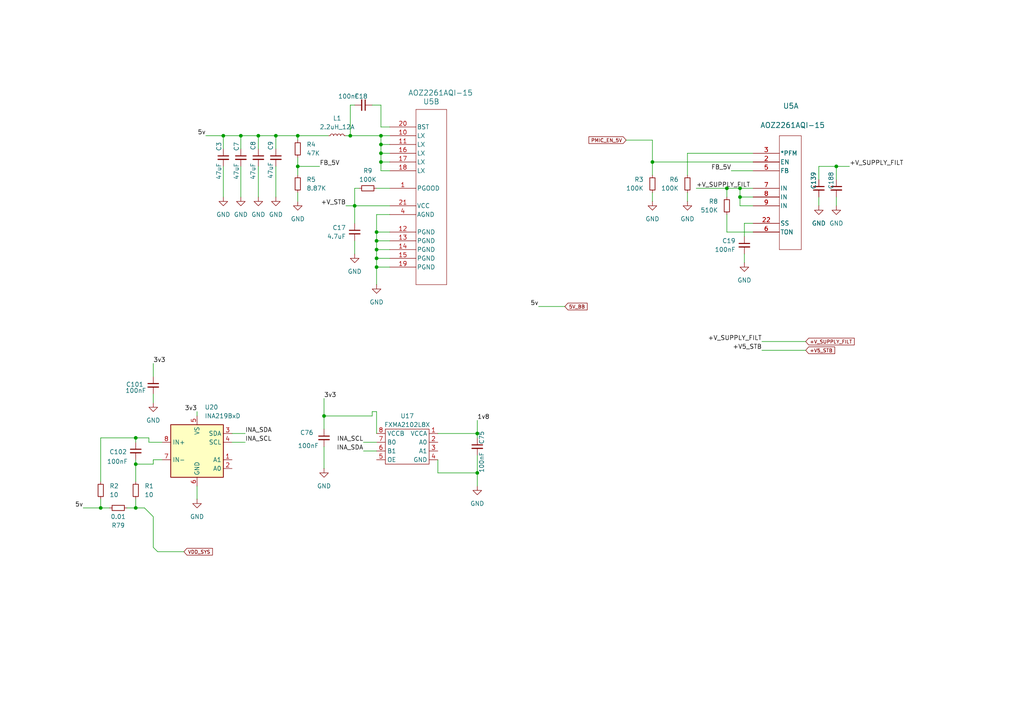
<source format=kicad_sch>
(kicad_sch (version 20231120) (generator "eeschema") (generator_version "8.0")
  (paper "A4")
  (lib_symbols
    (symbol "AOZ2261AQI-15:AOZ2261AQI-15" (pin_names (offset 0.254))
      (property "Reference" "U" (at 20.32 10.16 0))
      (property "Value" "AOZ2261AQI-15" (at 20.32 7.62 0))
      (symbol "AOZ2261AQI-15_1_1"
        (polyline (pts (xy 7.62 -27.94) (xy 13.97 -27.94)) (stroke (width 0.127)))
        (polyline (pts (xy 7.62 5.08) (xy 7.62 -27.94)) (stroke (width 0.127)))
        (polyline (pts (xy 13.97 -27.94) (xy 13.97 5.08)) (stroke (width 0.127)))
        (polyline (pts (xy 13.97 5.08) (xy 7.62 5.08)) (stroke (width 0.127)))
        (pin input line (at 0 -2.54 0) (length 7.62) (name "EN") (number "2"))
        (pin input line (at 0 -20.32 0) (length 7.62) (name "SS") (number "22"))
        (pin input line (at 0 0 0) (length 7.62) (name "*PFM") (number "3"))
        (pin input line (at 0 -5.08 0) (length 7.62) (name "FB") (number "5"))
        (pin input line (at 0 -22.86 0) (length 7.62) (name "TON") (number "6"))
        (pin power_in line (at 0 -10.16 0) (length 7.62) (name "IN") (number "7"))
        (pin power_in line (at 0 -12.7 0) (length 7.62) (name "IN") (number "8"))
        (pin power_in line (at 0 -15.24 0) (length 7.62) (name "IN") (number "9"))
      )
      (symbol "AOZ2261AQI-15_2_1"
        (polyline (pts (xy 7.62 -45.72) (xy 16.51 -45.72)) (stroke (width 0.127)))
        (polyline (pts (xy 7.62 5.08) (xy 7.62 -45.72)) (stroke (width 0.127)))
        (polyline (pts (xy 16.51 -45.72) (xy 16.51 5.08)) (stroke (width 0.127)))
        (polyline (pts (xy 16.51 5.08) (xy 7.62 5.08)) (stroke (width 0.127)))
        (pin output line (at 0 -17.78 0) (length 7.62) (name "PGOOD") (number "1"))
        (pin power_in line (at 0 -2.54 0) (length 7.62) (name "LX") (number "10"))
        (pin power_in line (at 0 -5.08 0) (length 7.62) (name "LX") (number "11"))
        (pin power_out line (at 0 -30.48 0) (length 7.62) (name "PGND") (number "12"))
        (pin power_out line (at 0 -33.02 0) (length 7.62) (name "PGND") (number "13"))
        (pin power_out line (at 0 -35.56 0) (length 7.62) (name "PGND") (number "14"))
        (pin power_out line (at 0 -38.1 0) (length 7.62) (name "PGND") (number "15"))
        (pin power_in line (at 0 -7.62 0) (length 7.62) (name "LX") (number "16"))
        (pin power_in line (at 0 -10.16 0) (length 7.62) (name "LX") (number "17"))
        (pin power_in line (at 0 -12.7 0) (length 7.62) (name "LX") (number "18"))
        (pin power_out line (at 0 -40.64 0) (length 7.62) (name "PGND") (number "19"))
        (pin power_in line (at 0 0 0) (length 7.62) (name "BST") (number "20"))
        (pin power_in line (at 0 -22.86 0) (length 7.62) (name "VCC") (number "21"))
        (pin power_out line (at 0 -25.4 0) (length 7.62) (name "AGND") (number "4"))
      )
    )
    (symbol "Device:C_Small" (pin_numbers hide) (pin_names (offset 0.254) hide)
      (property "Reference" "C" (at 0.254 1.778 0))
      (property "Value" "C_Small" (at 0.254 -2.032 0))
      (symbol "C_Small_0_1"
        (polyline (pts (xy -1.524 -0.508) (xy 1.524 -0.508)) (stroke (width 0.3302)))
        (polyline (pts (xy -1.524 0.508) (xy 1.524 0.508)) (stroke (width 0.3048)))
      )
      (symbol "C_Small_1_1"
        (pin passive line (at 0 2.54 270) (length 2.032) (name "~") (number "1"))
        (pin passive line (at 0 -2.54 90) (length 2.032) (name "~") (number "2"))
      )
    )
    (symbol "Device:L_Small" (pin_numbers hide) (pin_names (offset 0.254) hide)
      (property "Reference" "L" (at 0.762 1.016 0))
      (property "Value" "L_Small" (at 0.762 -1.016 0))
      (symbol "L_Small_0_1"
        (arc (start 0 -2.032) (mid 0.5058 -1.524) (end 0 -1.016))
        (arc (start 0 -1.016) (mid 0.5058 -0.508) (end 0 0))
        (arc (start 0 0) (mid 0.5058 0.508) (end 0 1.016))
        (arc (start 0 1.016) (mid 0.5058 1.524) (end 0 2.032))
      )
      (symbol "L_Small_1_1"
        (pin passive line (at 0 2.54 270) (length 0.508) (name "~") (number "1"))
        (pin passive line (at 0 -2.54 90) (length 0.508) (name "~") (number "2"))
      )
    )
    (symbol "Device:R_Small" (pin_numbers hide) (pin_names (offset 0.254) hide)
      (property "Reference" "R" (at 0.762 0.508 0))
      (property "Value" "R_Small" (at 0.762 -1.016 0))
      (symbol "R_Small_0_1"
        (rectangle (start -0.762 1.778) (end 0.762 -1.778) (stroke (width 0.2032)))
      )
      (symbol "R_Small_1_1"
        (pin passive line (at 0 2.54 270) (length 0.762) (name "~") (number "1"))
        (pin passive line (at 0 -2.54 90) (length 0.762) (name "~") (number "2"))
      )
    )
    (symbol "Sensor_Energy:INA219BxD"
      (property "Reference" "U" (at -6.35 8.89 0))
      (property "Value" "INA219BxD" (at 5.08 8.89 0))
      (symbol "INA219BxD_0_1"
        (rectangle (start -7.62 7.62) (end 7.62 -7.62) (stroke (width 0.254)) (fill (type background)))
      )
      (symbol "INA219BxD_1_1"
        (pin input line (at 10.16 -2.54 180) (length 2.54) (name "A1") (number "1"))
        (pin input line (at 10.16 -5.08 180) (length 2.54) (name "A0") (number "2"))
        (pin bidirectional line (at 10.16 5.08 180) (length 2.54) (name "SDA") (number "3"))
        (pin input line (at 10.16 2.54 180) (length 2.54) (name "SCL") (number "4"))
        (pin power_in line (at 0 10.16 270) (length 2.54) (name "VS") (number "5"))
        (pin power_in line (at 0 -10.16 90) (length 2.54) (name "GND") (number "6"))
        (pin input line (at -10.16 -2.54 0) (length 2.54) (name "IN-") (number "7"))
        (pin input line (at -10.16 2.54 0) (length 2.54) (name "IN+") (number "8"))
      )
    )
    (symbol "_W_MX8M:FXMA2102L8X"
      (property "Reference" "U" (at 1.016 9.144 0))
      (symbol "FXMA2102L8X_0_1"
        (rectangle (start -5.08 7.62) (end 7.62 -2.54))
      )
      (symbol "FXMA2102L8X_1_1"
        (pin input line (at -7.62 6.35 0) (length 2.54) (name "VCCA") (number "1"))
        (pin input line (at -7.62 3.81 0) (length 2.54) (name "A0") (number "2"))
        (pin input line (at -7.62 1.27 0) (length 2.54) (name "A1") (number "3"))
        (pin input line (at -7.62 -1.27 0) (length 2.54) (name "GND") (number "4"))
        (pin input line (at 10.16 -1.27 180) (length 2.54) (name "OE") (number "5"))
        (pin input line (at 10.16 1.27 180) (length 2.54) (name "B1") (number "6"))
        (pin input line (at 10.16 3.81 180) (length 2.54) (name "B0") (number "7"))
        (pin input line (at 10.16 6.35 180) (length 2.54) (name "VCCB") (number "8"))
      )
    )
    (symbol "power:GND" (power) (pin_numbers hide) (pin_names (offset 0) hide)
      (property "Value" "GND" (at 0 -3.81 0))
      (symbol "GND_0_1"
        (polyline (pts (xy 0 0) (xy 0 -1.27) (xy 1.27 -1.27) (xy 0 -2.54) (xy -1.27 -1.27) (xy 0 -1.27)))
      )
      (symbol "GND_1_1"
        (pin power_in line (at 0 0 270) (length 0) (name "~") (number "1"))
      )
    )
  )
  (junction (at 29.21 147.32))
  (junction (at 110.49 44.45))
  (junction (at 110.49 41.91))
  (junction (at 110.49 46.99))
  (junction (at 102.87 59.69))
  (junction (at 86.36 48.26))
  (junction (at 109.22 72.39))
  (junction (at 80.01 39.37))
  (junction (at 74.93 39.37))
  (junction (at 39.37 127))
  (junction (at 214.63 57.15))
  (junction (at 110.49 39.37))
  (junction (at 101.6 39.37))
  (junction (at 210.82 54.61))
  (junction (at 93.98 120.65))
  (junction (at 109.22 69.85))
  (junction (at 109.22 74.93))
  (junction (at 39.37 147.32))
  (junction (at 109.22 77.47))
  (junction (at 69.85 39.37))
  (junction (at 138.43 125.73))
  (junction (at 86.36 39.37))
  (junction (at 64.77 39.37))
  (junction (at 138.43 137.16))
  (junction (at 214.63 54.61))
  (junction (at 242.57 48.26))
  (junction (at 189.23 46.99))
  (junction (at 109.22 67.31))
  (junction (at 39.37 134.62))
  (wire (pts (xy 127 137.16) (xy 127 133.35)))
  (wire (pts (xy 189.23 55.88) (xy 189.23 58.42)))
  (wire (pts (xy 215.9 64.77) (xy 218.44 64.77)))
  (wire (pts (xy 102.87 54.61) (xy 102.87 59.69)))
  (wire (pts (xy 110.49 46.99) (xy 113.03 46.99)))
  (wire (pts (xy 109.22 67.31) (xy 109.22 62.23)))
  (wire (pts (xy 214.63 57.15) (xy 218.44 57.15)))
  (wire (pts (xy 24.13 147.32) (xy 29.21 147.32)))
  (wire (pts (xy 64.77 39.37) (xy 69.85 39.37)))
  (wire (pts (xy 107.95 30.48) (xy 110.49 30.48)))
  (wire (pts (xy 39.37 134.62) (xy 44.45 134.62)))
  (wire (pts (xy 64.77 48.26) (xy 64.77 57.15)))
  (wire (pts (xy 189.23 46.99) (xy 218.44 46.99)))
  (wire (pts (xy 44.45 158.75) (xy 45.72 160.02)))
  (wire (pts (xy 218.44 59.69) (xy 214.63 59.69)))
  (wire (pts (xy 138.43 132.08) (xy 138.43 137.16)))
  (wire (pts (xy 109.22 77.47) (xy 113.03 77.47)))
  (wire (pts (xy 39.37 147.32) (xy 41.91 147.32)))
  (wire (pts (xy 93.98 120.65) (xy 93.98 124.46)))
  (wire (pts (xy 109.22 77.47) (xy 109.22 82.55)))
  (wire (pts (xy 210.82 62.23) (xy 210.82 67.31)))
  (wire (pts (xy 93.98 115.57) (xy 93.98 120.65)))
  (wire (pts (xy 101.6 30.48) (xy 101.6 39.37)))
  (wire (pts (xy 110.49 41.91) (xy 110.49 44.45)))
  (wire (pts (xy 110.49 44.45) (xy 110.49 46.99)))
  (wire (pts (xy 86.36 45.72) (xy 86.36 48.26)))
  (wire (pts (xy 242.57 48.26) (xy 242.57 52.07)))
  (wire (pts (xy 237.49 57.15) (xy 237.49 59.69)))
  (wire (pts (xy 138.43 137.16) (xy 127 137.16)))
  (wire (pts (xy 109.22 128.27) (xy 105.41 128.27)))
  (wire (pts (xy 109.22 69.85) (xy 109.22 72.39)))
  (wire (pts (xy 107.95 120.65) (xy 93.98 120.65)))
  (wire (pts (xy 41.91 147.32) (xy 44.45 149.86)))
  (wire (pts (xy 109.22 54.61) (xy 113.03 54.61)))
  (wire (pts (xy 86.36 55.88) (xy 86.36 58.42)))
  (wire (pts (xy 109.22 62.23) (xy 113.03 62.23)))
  (wire (pts (xy 29.21 127) (xy 39.37 127)))
  (wire (pts (xy 74.93 48.26) (xy 74.93 57.15)))
  (wire (pts (xy 80.01 39.37) (xy 86.36 39.37)))
  (wire (pts (xy 64.77 39.37) (xy 64.77 43.18)))
  (wire (pts (xy 43.18 127) (xy 39.37 127)))
  (wire (pts (xy 242.57 57.15) (xy 242.57 59.69)))
  (wire (pts (xy 109.22 72.39) (xy 109.22 74.93)))
  (wire (pts (xy 29.21 147.32) (xy 31.75 147.32)))
  (wire (pts (xy 220.98 101.6) (xy 233.68 101.6)))
  (wire (pts (xy 57.15 140.97) (xy 57.15 144.78)))
  (wire (pts (xy 138.43 137.16) (xy 138.43 140.97)))
  (wire (pts (xy 215.9 68.58) (xy 215.9 64.77)))
  (wire (pts (xy 107.95 120.65) (xy 107.95 119.38)))
  (wire (pts (xy 67.31 125.73) (xy 71.12 125.73)))
  (wire (pts (xy 110.49 44.45) (xy 113.03 44.45)))
  (wire (pts (xy 214.63 54.61) (xy 218.44 54.61)))
  (wire (pts (xy 100.33 39.37) (xy 101.6 39.37)))
  (wire (pts (xy 237.49 48.26) (xy 242.57 48.26)))
  (wire (pts (xy 212.09 49.53) (xy 218.44 49.53)))
  (wire (pts (xy 80.01 39.37) (xy 80.01 43.18)))
  (wire (pts (xy 163.83 88.9) (xy 156.21 88.9)))
  (wire (pts (xy 110.49 46.99) (xy 110.49 49.53)))
  (wire (pts (xy 29.21 127) (xy 29.21 139.7)))
  (wire (pts (xy 110.49 30.48) (xy 110.49 36.83)))
  (wire (pts (xy 109.22 72.39) (xy 113.03 72.39)))
  (wire (pts (xy 102.87 69.85) (xy 102.87 73.66)))
  (wire (pts (xy 189.23 46.99) (xy 189.23 50.8)))
  (wire (pts (xy 53.34 160.02) (xy 45.72 160.02)))
  (wire (pts (xy 210.82 54.61) (xy 214.63 54.61)))
  (wire (pts (xy 237.49 48.26) (xy 237.49 52.07)))
  (wire (pts (xy 107.95 119.38) (xy 109.22 119.38)))
  (wire (pts (xy 102.87 30.48) (xy 101.6 30.48)))
  (wire (pts (xy 110.49 39.37) (xy 113.03 39.37)))
  (wire (pts (xy 44.45 149.86) (xy 44.45 158.75)))
  (wire (pts (xy 36.83 147.32) (xy 39.37 147.32)))
  (wire (pts (xy 189.23 40.64) (xy 189.23 46.99)))
  (wire (pts (xy 80.01 48.26) (xy 80.01 57.15)))
  (wire (pts (xy 39.37 144.78) (xy 39.37 147.32)))
  (wire (pts (xy 59.69 39.37) (xy 64.77 39.37)))
  (wire (pts (xy 101.6 39.37) (xy 110.49 39.37)))
  (wire (pts (xy 199.39 55.88) (xy 199.39 58.42)))
  (wire (pts (xy 214.63 59.69) (xy 214.63 57.15)))
  (wire (pts (xy 39.37 134.62) (xy 39.37 139.7)))
  (wire (pts (xy 109.22 69.85) (xy 113.03 69.85)))
  (wire (pts (xy 74.93 39.37) (xy 80.01 39.37)))
  (wire (pts (xy 215.9 73.66) (xy 215.9 76.2)))
  (wire (pts (xy 86.36 39.37) (xy 95.25 39.37)))
  (wire (pts (xy 104.14 54.61) (xy 102.87 54.61)))
  (wire (pts (xy 39.37 127) (xy 39.37 128.27)))
  (wire (pts (xy 43.18 128.27) (xy 43.18 127)))
  (wire (pts (xy 110.49 41.91) (xy 113.03 41.91)))
  (wire (pts (xy 109.22 119.38) (xy 109.22 125.73)))
  (wire (pts (xy 92.71 48.26) (xy 86.36 48.26)))
  (wire (pts (xy 127 125.73) (xy 138.43 125.73)))
  (wire (pts (xy 138.43 125.73) (xy 138.43 127)))
  (wire (pts (xy 102.87 59.69) (xy 102.87 64.77)))
  (wire (pts (xy 93.98 129.54) (xy 93.98 135.89)))
  (wire (pts (xy 210.82 67.31) (xy 218.44 67.31)))
  (wire (pts (xy 181.61 40.64) (xy 189.23 40.64)))
  (wire (pts (xy 138.43 121.92) (xy 138.43 125.73)))
  (wire (pts (xy 102.87 59.69) (xy 113.03 59.69)))
  (wire (pts (xy 242.57 48.26) (xy 246.38 48.26)))
  (wire (pts (xy 74.93 39.37) (xy 74.93 43.18)))
  (wire (pts (xy 57.15 120.65) (xy 57.15 119.38)))
  (wire (pts (xy 109.22 74.93) (xy 109.22 77.47)))
  (wire (pts (xy 214.63 57.15) (xy 214.63 54.61)))
  (wire (pts (xy 44.45 134.62) (xy 44.45 133.35)))
  (wire (pts (xy 199.39 44.45) (xy 199.39 50.8)))
  (wire (pts (xy 201.93 54.61) (xy 210.82 54.61)))
  (wire (pts (xy 44.45 105.41) (xy 44.45 109.22)))
  (wire (pts (xy 39.37 133.35) (xy 39.37 134.62)))
  (wire (pts (xy 44.45 114.3) (xy 44.45 116.84)))
  (wire (pts (xy 44.45 133.35) (xy 46.99 133.35)))
  (wire (pts (xy 109.22 67.31) (xy 109.22 69.85)))
  (wire (pts (xy 46.99 128.27) (xy 43.18 128.27)))
  (wire (pts (xy 69.85 48.26) (xy 69.85 57.15)))
  (wire (pts (xy 69.85 39.37) (xy 74.93 39.37)))
  (wire (pts (xy 110.49 39.37) (xy 110.49 41.91)))
  (wire (pts (xy 113.03 49.53) (xy 110.49 49.53)))
  (wire (pts (xy 110.49 36.83) (xy 113.03 36.83)))
  (wire (pts (xy 109.22 130.81) (xy 105.41 130.81)))
  (wire (pts (xy 100.33 59.69) (xy 102.87 59.69)))
  (wire (pts (xy 86.36 39.37) (xy 86.36 40.64)))
  (wire (pts (xy 67.31 128.27) (xy 71.12 128.27)))
  (wire (pts (xy 109.22 74.93) (xy 113.03 74.93)))
  (wire (pts (xy 218.44 44.45) (xy 199.39 44.45)))
  (wire (pts (xy 86.36 48.26) (xy 86.36 50.8)))
  (wire (pts (xy 210.82 54.61) (xy 210.82 57.15)))
  (wire (pts (xy 69.85 43.18) (xy 69.85 39.37)))
  (wire (pts (xy 113.03 67.31) (xy 109.22 67.31)))
  (wire (pts (xy 29.21 144.78) (xy 29.21 147.32)))
  (wire (pts (xy 220.98 99.06) (xy 233.68 99.06)))
  (label "5v" (at 156.21 88.9 180))
  (label "1v8" (at 138.43 121.92 0))
  (label "INA_SCL" (at 105.41 128.27 180))
  (label "5v" (at 24.13 147.32 180))
  (label "3v3" (at 44.45 105.41 0))
  (label "+V_SUPPLY_FILT" (at 220.98 99.06 180))
  (label "+V_STB" (at 100.33 59.69 180))
  (label "3v3" (at 57.15 119.38 180))
  (label "3v3" (at 93.98 115.57 0))
  (label "INA_SDA" (at 71.12 125.73 0))
  (label "INA_SDA" (at 105.41 130.81 180))
  (label "+V5_STB" (at 220.98 101.6 180))
  (label "+V_SUPPLY_FILT" (at 201.93 54.61 0))
  (label "INA_SCL" (at 71.12 128.27 0))
  (label "+V_SUPPLY_FILT" (at 246.38 48.26 0))
  (label "5v" (at 59.69 39.37 180))
  (label "FB_5V" (at 92.71 48.26 0))
  (label "FB_5V" (at 212.09 49.53 180))
  (global_label "+V5_STB" (shape input) (at 233.68 101.6 0) (effects (font (size 1 1))) (property "Intersheetrefs" "${INTERSHEET_REFS}" (effects (hide yes))))
  (global_label "VDD_SYS" (shape input) (at 53.34 160.02 0) (effects (font (size 1 1))) (property "Intersheetrefs" "${INTERSHEET_REFS}" (effects (hide yes))))
  (global_label "5V_BB" (shape input) (at 163.83 88.9 0) (effects (font (size 1 1))) (property "Intersheetrefs" "${INTERSHEET_REFS}" (effects (hide yes))))
  (global_label "+V_SUPPLY_FILT" (shape input) (at 233.68 99.06 0) (effects (font (size 1 1))) (property "Intersheetrefs" "${INTERSHEET_REFS}" (effects (hide yes))))
  (global_label "PMIC_EN_5V" (shape input) (at 181.61 40.64 180) (effects (font (size 1 1))) (property "Intersheetrefs" "${INTERSHEET_REFS}" (effects (hide yes))))
  (symbol (lib_id "Device:R_Small") (at 106.68 54.61 90) (unit 1)
    (property "Reference" "R9" (at 106.68 49.53 90))
    (property "Value" "100K" (at 106.68 52.07 90))
    (property "Footprint" "Resistor_SMD:R_0402_1005Metric" (effects (hide yes)))
    (property "Description" "Resistor, small symbol" (effects (hide yes)))
  )
  (symbol (lib_id "Device:R_Small") (at 199.39 53.34 0) (mirror y) (unit 1)
    (property "Reference" "R6" (at 196.85 52.0699 0) (effects (justify left)))
    (property "Value" "100K" (at 196.85 54.6099 0) (effects (justify left)))
    (property "Footprint" "Resistor_SMD:R_0402_1005Metric" (effects (hide yes)))
    (property "Description" "Resistor, small symbol" (effects (hide yes)))
  )
  (symbol (lib_id "power:GND") (at 199.39 58.42 0) (unit 1)
    (property "Reference" "#PWR18" (effects (hide yes)))
    (property "Value" "GND" (at 199.39 63.5 0))
    (property "Description" "Power symbol creates a global label with name \"GND\" , ground" (effects (hide yes)))
  )
  (symbol (lib_id "power:GND") (at 80.01 57.15 0) (unit 1)
    (property "Reference" "#PWR15" (effects (hide yes)))
    (property "Value" "GND" (at 80.01 62.23 0))
    (property "Description" "Power symbol creates a global label with name \"GND\" , ground" (effects (hide yes)))
  )
  (symbol (lib_id "Device:R_Small") (at 34.29 147.32 90) (unit 1)
    (property "Reference" "R79" (at 34.29 152.4 90))
    (property "Value" "0.01" (at 34.29 149.86 90))
    (property "Footprint" "Resistor_SMD:R_1206_3216Metric_Pad1.30x1.75mm_HandSolder" (effects (hide yes)))
    (property "Description" "Resistor, small symbol" (effects (hide yes)))
  )
  (symbol (lib_id "Device:R_Small") (at 86.36 43.18 0) (unit 1)
    (property "Reference" "R4" (at 88.9 41.9099 0) (effects (justify left)))
    (property "Value" "47K" (at 88.9 44.4499 0) (effects (justify left)))
    (property "Footprint" "Resistor_SMD:R_0402_1005Metric" (effects (hide yes)))
    (property "Description" "Resistor, small symbol" (effects (hide yes)))
  )
  (symbol (lib_id "power:GND") (at 237.49 59.69 0) (unit 1)
    (property "Reference" "#PWR192" (effects (hide yes)))
    (property "Value" "GND" (at 237.49 64.77 0))
    (property "Description" "Power symbol creates a global label with name \"GND\" , ground" (effects (hide yes)))
  )
  (symbol (lib_id "power:GND") (at 102.87 73.66 0) (unit 1)
    (property "Reference" "#PWR30" (effects (hide yes)))
    (property "Value" "GND" (at 102.87 78.74 0))
    (property "Description" "Power symbol creates a global label with name \"GND\" , ground" (effects (hide yes)))
  )
  (symbol (lib_id "AOZ2261AQI-15:AOZ2261AQI-15") (at 218.44 44.45 0) (unit 1)
    (property "Reference" "U5" (at 227.076 30.734 0) (effects (font (size 1.524 1.524)) (justify left)))
    (property "Value" "AOZ2261AQI-15" (at 220.472 36.322 0) (effects (font (size 1.524 1.524)) (justify left)))
    (property "Footprint" "QFN4X4-22L_EP2_S_AOS" (effects (hide yes)))
    (property "Datasheet" "AOZ2261AQI-15" (effects (hide yes)))
  )
  (symbol (lib_id "power:GND") (at 242.57 59.69 0) (unit 1)
    (property "Reference" "#PWR239" (effects (hide yes)))
    (property "Value" "GND" (at 242.57 64.77 0))
    (property "Description" "Power symbol creates a global label with name \"GND\" , ground" (effects (hide yes)))
  )
  (symbol (lib_id "Device:C_Small") (at 44.45 111.76 0) (unit 1)
    (property "Reference" "C101" (at 41.656 111.506 0) (effects (justify right)))
    (property "Value" "100nF" (at 42.418 113.284 0) (effects (justify right)))
    (property "Footprint" "Capacitor_SMD:C_0402_1005Metric" (effects (hide yes)))
    (property "Description" "Unpolarized capacitor, small symbol" (effects (hide yes)))
  )
  (symbol (lib_id "power:GND") (at 109.22 82.55 0) (unit 1)
    (property "Reference" "#PWR31" (effects (hide yes)))
    (property "Value" "GND" (at 109.22 87.63 0))
    (property "Description" "Power symbol creates a global label with name \"GND\" , ground" (effects (hide yes)))
  )
  (symbol (lib_id "Device:C_Small") (at 74.93 45.72 0) (unit 1)
    (property "Reference" "C8" (at 73.406 40.894 90) (effects (justify right)))
    (property "Value" "47uF" (at 73.406 47.244 90) (effects (justify right)))
    (property "Footprint" "Capacitor_SMD:C_0402_1005Metric" (effects (hide yes)))
    (property "Description" "Unpolarized capacitor, small symbol" (effects (hide yes)))
  )
  (symbol (lib_id "Device:R_Small") (at 29.21 142.24 0) (mirror y) (unit 1)
    (property "Reference" "R2" (at 31.75 140.9699 0) (effects (justify right)))
    (property "Value" "10" (at 31.75 143.5099 0) (effects (justify right)))
    (property "Footprint" "Resistor_SMD:R_0402_1005Metric" (effects (hide yes)))
    (property "Description" "Resistor, small symbol" (effects (hide yes)))
  )
  (symbol (lib_id "Device:R_Small") (at 39.37 142.24 0) (mirror y) (unit 1)
    (property "Reference" "R1" (at 41.91 140.9699 0) (effects (justify right)))
    (property "Value" "10" (at 41.91 143.5099 0) (effects (justify right)))
    (property "Footprint" "Resistor_SMD:R_0402_1005Metric" (effects (hide yes)))
    (property "Description" "Resistor, small symbol" (effects (hide yes)))
  )
  (symbol (lib_id "Sensor_Energy:INA219BxD") (at 57.15 130.81 0) (unit 1)
    (property "Reference" "U20" (at 59.3441 118.11 0) (effects (justify left)))
    (property "Value" "INA219BxD" (at 59.3441 120.65 0) (effects (justify left)))
    (property "Footprint" "Package_SO:SOIC-8_3.9x4.9mm_P1.27mm" (effects (hide yes)))
    (property "Datasheet" "http://www.ti.com/lit/ds/symlink/ina219.pdf" (effects (hide yes)))
    (property "Description" "Zero-Drift, HighAccuracy, Bidirectional Current/Power Monitor (0-26V) With I2C Interface, SOIC-8" (effects (hide yes)))
  )
  (symbol (lib_id "Device:C_Small") (at 105.41 30.48 270) (unit 1)
    (property "Reference" "C18" (at 106.6738 27.94 90) (effects (justify right)))
    (property "Value" "100nF" (at 104.1338 27.94 90) (effects (justify right)))
    (property "Footprint" "Capacitor_SMD:C_0402_1005Metric" (effects (hide yes)))
    (property "Description" "Unpolarized capacitor, small symbol" (effects (hide yes)))
  )
  (symbol (lib_id "power:GND") (at 138.43 140.97 0) (mirror y) (unit 1)
    (property "Reference" "#PWR116" (effects (hide yes)))
    (property "Value" "GND" (at 138.43 146.05 0))
    (property "Description" "Power symbol creates a global label with name \"GND\" , ground" (effects (hide yes)))
  )
  (symbol (lib_id "Device:C_Small") (at 215.9 71.12 0) (unit 1)
    (property "Reference" "C19" (at 213.36 69.8562 0) (effects (justify right)))
    (property "Value" "100nF" (at 213.36 72.3962 0) (effects (justify right)))
    (property "Footprint" "Capacitor_SMD:C_0402_1005Metric" (effects (hide yes)))
    (property "Description" "Unpolarized capacitor, small symbol" (effects (hide yes)))
  )
  (symbol (lib_id "power:GND") (at 93.98 135.89 0) (mirror y) (unit 1)
    (property "Reference" "#PWR117" (effects (hide yes)))
    (property "Value" "GND" (at 93.98 140.97 0))
    (property "Description" "Power symbol creates a global label with name \"GND\" , ground" (effects (hide yes)))
  )
  (symbol (lib_id "Device:C_Small") (at 64.77 45.72 0) (unit 1)
    (property "Reference" "C3" (at 63.5 41.148 90) (effects (justify right)))
    (property "Value" "47uF" (at 63.5 47.244 90) (effects (justify right)))
    (property "Footprint" "Capacitor_SMD:C_0402_1005Metric" (effects (hide yes)))
    (property "Description" "Unpolarized capacitor, small symbol" (effects (hide yes)))
  )
  (symbol (lib_id "Device:L_Small") (at 97.79 39.37 90) (unit 1)
    (property "Reference" "L1" (at 97.79 34.29 90))
    (property "Value" "2.2uH_12A" (at 97.79 36.83 90))
    (property "Footprint" "_W_SBC:IND_PA4342.222NLT" (effects (hide yes)))
    (property "Description" "Inductor, small symbol" (effects (hide yes)))
  )
  (symbol (lib_id "AOZ2261AQI-15:AOZ2261AQI-15") (at 113.03 36.83 0) (unit 2)
    (property "Reference" "U5" (at 122.682 29.464 0) (effects (font (size 1.524 1.524)) (justify left)))
    (property "Value" "AOZ2261AQI-15" (at 118.364 26.924 0) (effects (font (size 1.524 1.524)) (justify left)))
    (property "Footprint" "QFN4X4-22L_EP2_S_AOS" (effects (hide yes)))
    (property "Datasheet" "AOZ2261AQI-15" (effects (hide yes)))
  )
  (symbol (lib_id "Device:C_Small") (at 39.37 130.81 0) (unit 1)
    (property "Reference" "C102" (at 36.83 131.064 0) (effects (justify right)))
    (property "Value" "100nF" (at 37.084 133.858 0) (effects (justify right)))
    (property "Footprint" "Capacitor_SMD:C_0402_1005Metric" (effects (hide yes)))
    (property "Description" "Unpolarized capacitor, small symbol" (effects (hide yes)))
  )
  (symbol (lib_id "power:GND") (at 57.15 144.78 0) (unit 1)
    (property "Reference" "#PWR142" (effects (hide yes)))
    (property "Value" "GND" (at 57.15 149.86 0))
    (property "Description" "Power symbol creates a global label with name \"GND\" , ground" (effects (hide yes)))
  )
  (symbol (lib_id "Device:C_Small") (at 93.98 127 0) (unit 1)
    (property "Reference" "C76" (at 90.932 125.476 0) (effects (justify right)))
    (property "Value" "100nF" (at 92.456 129.286 0) (effects (justify right)))
    (property "Footprint" "Capacitor_SMD:C_0402_1005Metric" (effects (hide yes)))
    (property "Description" "Unpolarized capacitor, small symbol" (effects (hide yes)))
  )
  (symbol (lib_id "Device:C_Small") (at 237.49 54.61 0) (unit 1)
    (property "Reference" "C139" (at 235.966 49.784 90) (effects (justify right)))
    (property "Value" "10uF" (effects (hide yes)))
    (property "Footprint" "Capacitor_SMD:C_1210_3225Metric_Pad1.33x2.70mm_HandSolder" (effects (hide yes)))
    (property "Description" "Unpolarized capacitor, small symbol" (effects (hide yes)))
  )
  (symbol (lib_id "Device:C_Small") (at 69.85 45.72 0) (unit 1)
    (property "Reference" "C7" (at 68.58 41.148 90) (effects (justify right)))
    (property "Value" "47uF" (at 68.58 47.244 90) (effects (justify right)))
    (property "Footprint" "Capacitor_SMD:C_0402_1005Metric" (effects (hide yes)))
    (property "Description" "Unpolarized capacitor, small symbol" (effects (hide yes)))
  )
  (symbol (lib_id "power:GND") (at 86.36 58.42 0) (unit 1)
    (property "Reference" "#PWR17" (effects (hide yes)))
    (property "Value" "GND" (at 86.36 63.5 0))
    (property "Description" "Power symbol creates a global label with name \"GND\" , ground" (effects (hide yes)))
  )
  (symbol (lib_id "Device:R_Small") (at 210.82 59.69 0) (mirror y) (unit 1)
    (property "Reference" "R8" (at 208.28 58.4199 0) (effects (justify left)))
    (property "Value" "510K" (at 208.28 60.9599 0) (effects (justify left)))
    (property "Footprint" "Resistor_SMD:R_0402_1005Metric" (effects (hide yes)))
    (property "Description" "Resistor, small symbol" (effects (hide yes)))
  )
  (symbol (lib_id "Device:C_Small") (at 80.01 45.72 0) (unit 1)
    (property "Reference" "C9" (at 78.486 40.894 90) (effects (justify right)))
    (property "Value" "47uF" (at 78.486 46.99 90) (effects (justify right)))
    (property "Footprint" "Capacitor_SMD:C_0402_1005Metric" (effects (hide yes)))
    (property "Description" "Unpolarized capacitor, small symbol" (effects (hide yes)))
  )
  (symbol (lib_id "Device:C_Small") (at 242.57 54.61 0) (unit 1)
    (property "Reference" "C188" (at 241.046 49.784 90) (effects (justify right)))
    (property "Value" "10uF" (effects (hide yes)))
    (property "Footprint" "Capacitor_SMD:C_1210_3225Metric_Pad1.33x2.70mm_HandSolder" (effects (hide yes)))
    (property "Description" "Unpolarized capacitor, small symbol" (effects (hide yes)))
  )
  (symbol (lib_id "Device:R_Small") (at 189.23 53.34 0) (mirror y) (unit 1)
    (property "Reference" "R3" (at 186.69 52.0699 0) (effects (justify left)))
    (property "Value" "100K" (at 186.69 54.6099 0) (effects (justify left)))
    (property "Footprint" "Resistor_SMD:R_0402_1005Metric" (effects (hide yes)))
    (property "Description" "Resistor, small symbol" (effects (hide yes)))
  )
  (symbol (lib_id "power:GND") (at 44.45 116.84 0) (unit 1)
    (property "Reference" "#PWR143" (effects (hide yes)))
    (property "Value" "GND" (at 44.45 121.92 0))
    (property "Description" "Power symbol creates a global label with name \"GND\" , ground" (effects (hide yes)))
  )
  (symbol (lib_id "_W_MX8M:FXMA2102L8X") (at 119.38 132.08 0) (mirror y) (unit 1)
    (property "Reference" "U17" (at 118.11 120.65 0))
    (property "Value" "FXMA2102L8X" (at 118.11 123.19 0))
    (property "Footprint" "_W_SBC:MICROPAK8_1P6X1P6_ONS" (effects (hide yes)))
  )
  (symbol (lib_id "power:GND") (at 189.23 58.42 0) (unit 1)
    (property "Reference" "#PWR16" (effects (hide yes)))
    (property "Value" "GND" (at 189.23 63.5 0))
    (property "Description" "Power symbol creates a global label with name \"GND\" , ground" (effects (hide yes)))
  )
  (symbol (lib_id "power:GND") (at 74.93 57.15 0) (unit 1)
    (property "Reference" "#PWR14" (effects (hide yes)))
    (property "Value" "GND" (at 74.93 62.23 0))
    (property "Description" "Power symbol creates a global label with name \"GND\" , ground" (effects (hide yes)))
  )
  (symbol (lib_id "power:GND") (at 215.9 76.2 0) (unit 1)
    (property "Reference" "#PWR32" (effects (hide yes)))
    (property "Value" "GND" (at 215.9 81.28 0))
    (property "Description" "Power symbol creates a global label with name \"GND\" , ground" (effects (hide yes)))
  )
  (symbol (lib_id "Device:C_Small") (at 138.43 129.54 0) (mirror y) (unit 1)
    (property "Reference" "C75" (at 139.7 124.968 90) (effects (justify right)))
    (property "Value" "100nF" (at 139.7 131.064 90) (effects (justify right)))
    (property "Footprint" "Capacitor_SMD:C_0402_1005Metric" (effects (hide yes)))
    (property "Description" "Unpolarized capacitor, small symbol" (effects (hide yes)))
  )
  (symbol (lib_id "power:GND") (at 64.77 57.15 0) (unit 1)
    (property "Reference" "#PWR9" (effects (hide yes)))
    (property "Value" "GND" (at 64.77 62.23 0))
    (property "Description" "Power symbol creates a global label with name \"GND\" , ground" (effects (hide yes)))
  )
  (symbol (lib_id "Device:C_Small") (at 102.87 67.31 0) (unit 1)
    (property "Reference" "C17" (at 100.33 66.0462 0) (effects (justify right)))
    (property "Value" "4.7uF" (at 100.33 68.5862 0) (effects (justify right)))
    (property "Footprint" "Capacitor_SMD:C_0402_1005Metric" (effects (hide yes)))
    (property "Description" "Unpolarized capacitor, small symbol" (effects (hide yes)))
  )
  (symbol (lib_id "power:GND") (at 69.85 57.15 0) (unit 1)
    (property "Reference" "#PWR13" (effects (hide yes)))
    (property "Value" "GND" (at 69.85 62.23 0))
    (property "Description" "Power symbol creates a global label with name \"GND\" , ground" (effects (hide yes)))
  )
  (symbol (lib_id "Device:R_Small") (at 86.36 53.34 0) (unit 1)
    (property "Reference" "R5" (at 88.9 52.0699 0) (effects (justify left)))
    (property "Value" "8.87K" (at 88.9 54.6099 0) (effects (justify left)))
    (property "Footprint" "Resistor_SMD:R_0402_1005Metric" (effects (hide yes)))
    (property "Description" "Resistor, small symbol" (effects (hide yes)))
  )
)
</source>
